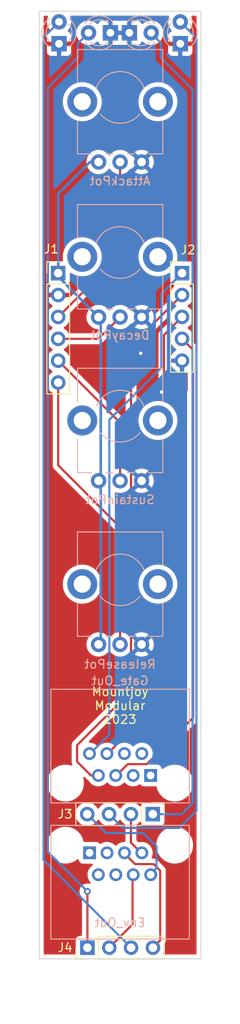
<source format=kicad_pcb>
(kicad_pcb (version 20211014) (generator pcbnew)
  (layers (0 "F.Cu" signal) (31 "B.Cu" signal) (34 "B.Paste" user) (35 "F.Paste" user) (36 "B.SilkS" user "B.Silkscreen") (37 "F.SilkS" user "F.Silkscreen") (38 "B.Mask" user) (39 "F.Mask" user) (44 "Edge.Cuts" user))
  (net 0 "")
  (net 1 "GND")
  (net 2 "/Led1_Out")
  (net 3 "/Led2_Out")
  (net 4 "/Led3_Out")
  (net 5 "/Led4_Out")
  (net 6 "+3.3VA")
  (net 7 "/Attack_Pot")
  (net 8 "/Decay_Pot")
  (net 9 "/Release_Pot")
  (net 10 "/Sustain_Pot")
  (net 11 "/Env2_Out")
  (net 12 "/Env1_Out")
  (net 13 "/Gate1_In")
  (net 14 "/Gate2_In")
  (net 15 "/Gate3_In")
  (net 16 "/Gate4_In")
  (net 17 "/Env3_Out")
  (net 18 "/Env4_Out")
  (footprint "Connector_PinHeader_2.54mm:PinHeader_1x06_P2.54mm_Vertical" (layer "F.Cu") (at 52.2 74.4)
    (fp_text reference "J1" (at -0.8 -2.8) (layer "F.SilkS"))
    (fp_text value "Conn_01x04_Male")
    (fp_line (start -1.33 1.27) (end -1.33 14.03) (layer "F.SilkS") (width 0.12))
    (fp_line (start -1.33 0) (end -1.33 -1.33) (layer "F.SilkS") (width 0.12))
    (fp_line (start -1.33 14.03) (end 1.33 14.03) (layer "F.SilkS") (width 0.12))
    (fp_line (start -1.33 -1.33) (end 0 -1.33) (layer "F.SilkS") (width 0.12))
    (fp_line (start 1.33 1.27) (end 1.33 14.03) (layer "F.SilkS") (width 0.12))
    (fp_line (start -1.33 1.27) (end 1.33 1.27) (layer "F.SilkS") (width 0.12))
    (pad "1" thru_hole rect locked (at 0 0) (size 1.7 1.7) (drill 1) (layers *.Cu *.Mask) (net 6 "+3.3VA"))
    (pad "2" thru_hole oval locked (at 0 2.54) (size 1.7 1.7) (drill 1) (layers *.Cu *.Mask) (net 1 "GND"))
    (pad "3" thru_hole oval locked (at 0 5.08) (size 1.7 1.7) (drill 1) (layers *.Cu *.Mask) (net 7 "/Attack_Pot"))
    (pad "4" thru_hole oval locked (at 0 7.62) (size 1.7 1.7) (drill 1) (layers *.Cu *.Mask) (net 8 "/Decay_Pot"))
    (pad "5" thru_hole oval locked (at 0 10.16) (size 1.7 1.7) (drill 1) (layers *.Cu *.Mask) (net 10 "/Sustain_Pot"))
    (pad "6" thru_hole oval locked (at 0 12.7) (size 1.7 1.7) (drill 1) (layers *.Cu *.Mask) (net 9 "/Release_Pot"))
  )
  (footprint "Connector_PinHeader_2.54mm:PinHeader_1x04_P2.54mm_Vertical" (layer "F.Cu") (at 63.2 137.2 -90)
    (fp_text reference "J3" (at 0 10.2) (layer "F.SilkS"))
    (fp_text value "Conn_01x04_Male")
    (fp_line (start -1.33 1.27) (end 1.33 1.27) (layer "F.SilkS") (width 0.12))
    (fp_line (start -1.33 -1.33) (end 0 -1.33) (layer "F.SilkS") (width 0.12))
    (fp_line (start -1.33 8.95) (end 1.33 8.95) (layer "F.SilkS") (width 0.12))
    (fp_line (start -1.33 0) (end -1.33 -1.33) (layer "F.SilkS") (width 0.12))
    (fp_line (start 1.33 1.27) (end 1.33 8.95) (layer "F.SilkS") (width 0.12))
    (fp_line (start -1.33 1.27) (end -1.33 8.95) (layer "F.SilkS") (width 0.12))
    (pad "1" thru_hole rect (at 0 0 270) (size 1.7 1.7) (drill 1) (layers *.Cu *.Mask) (net 3 "/Led2_Out"))
    (pad "2" thru_hole oval (at 0 2.54 270) (size 1.7 1.7) (drill 1) (layers *.Cu *.Mask) (net 11 "/Env2_Out"))
    (pad "3" thru_hole oval (at 0 5.08 270) (size 1.7 1.7) (drill 1) (layers *.Cu *.Mask) (net 2 "/Led1_Out"))
    (pad "4" thru_hole oval (at 0 7.62 270) (size 1.7 1.7) (drill 1) (layers *.Cu *.Mask) (net 12 "/Env1_Out"))
  )
  (footprint "Connector_PinHeader_2.54mm:PinHeader_1x04_P2.54mm_Vertical" (layer "F.Cu") (at 55.6 152.7 90)
    (fp_text reference "J4" (at 0 -2.6 180) (layer "F.SilkS"))
    (fp_text value "Conn_01x04_Male")
    (fp_line (start 1.33 1.27) (end 1.33 8.95) (layer "F.SilkS") (width 0.12))
    (fp_line (start -1.33 -1.33) (end 0 -1.33) (layer "F.SilkS") (width 0.12))
    (fp_line (start -1.33 1.27) (end -1.33 8.95) (layer "F.SilkS") (width 0.12))
    (fp_line (start -1.33 0) (end -1.33 -1.33) (layer "F.SilkS") (width 0.12))
    (fp_line (start -1.33 8.95) (end 1.33 8.95) (layer "F.SilkS") (width 0.12))
    (fp_line (start -1.33 1.27) (end 1.33 1.27) (layer "F.SilkS") (width 0.12))
    (pad "1" thru_hole rect (at 0 0 90) (size 1.7 1.7) (drill 1) (layers *.Cu *.Mask) (net 4 "/Led3_Out"))
    (pad "2" thru_hole oval (at 0 2.54 90) (size 1.7 1.7) (drill 1) (layers *.Cu *.Mask) (net 17 "/Env3_Out"))
    (pad "3" thru_hole oval (at 0 5.08 90) (size 1.7 1.7) (drill 1) (layers *.Cu *.Mask) (net 5 "/Led4_Out"))
    (pad "4" thru_hole oval (at 0 7.62 90) (size 1.7 1.7) (drill 1) (layers *.Cu *.Mask) (net 18 "/Env4_Out"))
  )
  (footprint "Connector_PinHeader_2.54mm:PinHeader_1x05_P2.54mm_Vertical" (layer "F.Cu") (at 66.6 74.4)
    (fp_text reference "J2" (at 0.7 -2.7) (layer "F.SilkS"))
    (fp_text value "Conn_01x05_Male")
    (fp_line (start -1.33 1.27) (end 1.33 1.27) (layer "F.SilkS") (width 0.12))
    (fp_line (start -1.33 11.49) (end 1.33 11.49) (layer "F.SilkS") (width 0.12))
    (fp_line (start -1.33 -1.33) (end 0 -1.33) (layer "F.SilkS") (width 0.12))
    (fp_line (start -1.33 1.27) (end -1.33 11.49) (layer "F.SilkS") (width 0.12))
    (fp_line (start 1.33 1.27) (end 1.33 11.49) (layer "F.SilkS") (width 0.12))
    (fp_line (start -1.33 0) (end -1.33 -1.33) (layer "F.SilkS") (width 0.12))
    (pad "1" thru_hole rect locked (at 0 0) (size 1.7 1.7) (drill 1) (layers *.Cu *.Mask) (net 13 "/Gate1_In"))
    (pad "2" thru_hole oval locked (at 0 2.54) (size 1.7 1.7) (drill 1) (layers *.Cu *.Mask) (net 14 "/Gate2_In"))
    (pad "3" thru_hole oval locked (at 0 5.08) (size 1.7 1.7) (drill 1) (layers *.Cu *.Mask) (net 15 "/Gate3_In"))
    (pad "4" thru_hole oval locked (at 0 7.62) (size 1.7 1.7) (drill 1) (layers *.Cu *.Mask) (net 16 "/Gate4_In"))
    (pad "5" thru_hole oval locked (at 0 10.16) (size 1.7 1.7) (drill 1) (layers *.Cu *.Mask) (net 1 "GND"))
  )
  (footprint "Custom_Footprints:LED_D3.0mm" (layer "B.Cu") (at 61.75 46.5)
    (fp_text reference "D2" hide)
    (fp_text value "LED")
    (fp_line (start -1.56 1.236) (end -1.56 1.08) (layer "B.SilkS") (width 0.12))
    (fp_line (start -1.56 -1.08) (end -1.56 -1.236) (layer "B.SilkS") (width 0.12))
    (fp_arc (start 1.04113 1.079837) (mid 0.000117 1.5) (end -1.040961 1.08) (layer "B.SilkS") (width 0.12))
    (fp_arc (start 1.672335 1.078608) (mid 0.096487 1.987659) (end -1.56 1.235516) (layer "B.SilkS") (width 0.12))
    (fp_arc (start -1.56 -1.235516) (mid 0.096487 -1.987659) (end 1.672335 -1.078608) (layer "B.SilkS") (width 0.12))
    (fp_arc (start -1.040961 -1.08) (mid 0.000117 -1.5) (end 1.04113 -1.079837) (layer "B.SilkS") (width 0.12))
    (pad "1" thru_hole rect (at -1.27 0) (size 1.8 1.8) (drill 0.9) (layers *.Cu *.Mask) (net 1 "GND"))
    (pad "2" thru_hole circle (at 1.27 0) (size 1.8 1.8) (drill 0.9) (layers *.Cu *.Mask) (net 3 "/Led2_Out"))
  )
  (footprint "Custom_Footprints:LED_D3.0mm" (layer "B.Cu") (at 66.4 46.5 90)
    (fp_text reference "D1" hide)
    (fp_text value "LED")
    (fp_line (start -1.56 -1.08) (end -1.56 -1.236) (layer "B.SilkS") (width 0.12))
    (fp_line (start -1.56 1.236) (end -1.56 1.08) (layer "B.SilkS") (width 0.12))
    (fp_arc (start 1.04113 1.079837) (mid 0.000117 1.5) (end -1.040961 1.08) (layer "B.SilkS") (width 0.12))
    (fp_arc (start -1.040961 -1.08) (mid 0.000117 -1.5) (end 1.04113 -1.079837) (layer "B.SilkS") (width 0.12))
    (fp_arc (start -1.56 -1.235516) (mid 0.096487 -1.987659) (end 1.672335 -1.078608) (layer "B.SilkS") (width 0.12))
    (fp_arc (start 1.672335 1.078608) (mid 0.096487 1.987659) (end -1.56 1.235516) (layer "B.SilkS") (width 0.12))
    (pad "1" thru_hole rect (at -1.27 0 90) (size 1.8 1.8) (drill 0.9) (layers *.Cu *.Mask) (net 1 "GND"))
    (pad "2" thru_hole circle (at 1.27 0 90) (size 1.8 1.8) (drill 0.9) (layers *.Cu *.Mask) (net 2 "/Led1_Out"))
  )
  (footprint "Custom_Footprints:Alpha_9mm_Potentiometer_Aligned" (layer "B.Cu") (at 59.4 110 180)
    (fp_text reference "RV4" hide)
    (fp_text value "ReleasePot" (at 0 -9.8) (layer "B.SilkS") (effects (justify mirror)))
    (fp_line (start 0.825 -6.56) (end 1.675 -6.56) (layer "B.SilkS") (width 0.12))
    (fp_line (start -4.961 -6.56) (end -4.961 -2.694) (layer "B.SilkS") (width 0.12))
    (fp_line (start 3.325 -6.56) (end 4.96 -6.56) (layer "B.SilkS") (width 0.12))
    (fp_line (start -4.961 5.56) (end 4.96 5.56) (layer "B.SilkS") (width 0.12))
    (fp_line (start -4.961 -6.56) (end -3.325 -6.56) (layer "B.SilkS") (width 0.12))
    (fp_line (start 4.96 1.695) (end 4.96 5.56) (layer "B.SilkS") (width 0.12))
    (fp_line (start -4.961 1.695) (end -4.961 5.56) (layer "B.SilkS") (width 0.12))
    (fp_line (start -1.675 -6.56) (end -0.825 -6.56) (layer "B.SilkS") (width 0.12))
    (fp_line (start 4.96 -6.56) (end 4.96 -2.694) (layer "B.SilkS") (width 0.12))
    (fp_arc (start 2.762 1.173) (mid -0.000553 3.000762) (end -2.762432 1.171982) (layer "B.SilkS") (width 0.12))
    (fp_arc (start -2.298 -1.928) (mid -0.000192 -2.999665) (end 2.297753 -1.928295) (layer "B.SilkS") (width 0.12))
    (pad "" np_thru_hole circle (at -4.4 -0.5 90) (size 3.5 3.5) (drill 2) (layers F&B.Cu *.Mask))
    (pad "" np_thru_hole circle (at 4.4 -0.5 90) (size 3.5 3.5) (drill 2) (layers F&B.Cu *.Mask))
    (pad "1" thru_hole circle (at 2.5 -7.5 90) (size 1.8 1.8) (drill 1) (layers *.Cu *.Mask) (net 6 "+3.3VA"))
    (pad "2" thru_hole circle (at 0 -7.5 90) (size 1.8 1.8) (drill 1) (layers *.Cu *.Mask) (net 9 "/Release_Pot"))
    (pad "3" thru_hole circle (at -2.5 -7.5 90) (size 1.8 1.8) (drill 1) (layers *.Cu *.Mask) (net 1 "GND"))
  )
  (footprint "Custom_Footprints:LED_D3.0mm" (layer "B.Cu") (at 52.3 46.5 90)
    (fp_text reference "D4" hide)
    (fp_text value "LED")
    (fp_line (start -1.56 1.236) (end -1.56 1.08) (layer "B.SilkS") (width 0.12))
    (fp_line (start -1.56 -1.08) (end -1.56 -1.236) (layer "B.SilkS") (width 0.12))
    (fp_arc (start -1.040961 -1.08) (mid 0.000117 -1.5) (end 1.04113 -1.079837) (layer "B.SilkS") (width 0.12))
    (fp_arc (start 1.04113 1.079837) (mid 0.000117 1.5) (end -1.040961 1.08) (layer "B.SilkS") (width 0.12))
    (fp_arc (start -1.56 -1.235516) (mid 0.096487 -1.987659) (end 1.672335 -1.078608) (layer "B.SilkS") (width 0.12))
    (fp_arc (start 1.672335 1.078608) (mid 0.096487 1.987659) (end -1.56 1.235516) (layer "B.SilkS") (width 0.12))
    (pad "1" thru_hole rect (at -1.27 0 90) (size 1.8 1.8) (drill 0.9) (layers *.Cu *.Mask) (net 1 "GND"))
    (pad "2" thru_hole circle (at 1.27 0 90) (size 1.8 1.8) (drill 0.9) (layers *.Cu *.Mask) (net 5 "/Led4_Out"))
  )
  (footprint "Custom_Footprints:Alpha_9mm_Potentiometer_Aligned" (layer "B.Cu") (at 59.4 91 180)
    (fp_text reference "RV3" hide)
    (fp_text value "SustainPot" (at 0 -9.7) (layer "B.SilkS") (effects (justify mirror)))
    (fp_line (start 0.825 -6.56) (end 1.675 -6.56) (layer "B.SilkS") (width 0.12))
    (fp_line (start 4.96 1.695) (end 4.96 5.56) (layer "B.SilkS") (width 0.12))
    (fp_line (start 4.96 -6.56) (end 4.96 -2.694) (layer "B.SilkS") (width 0.12))
    (fp_line (start -4.961 -6.56) (end -3.325 -6.56) (layer "B.SilkS") (width 0.12))
    (fp_line (start 3.325 -6.56) (end 4.96 -6.56) (layer "B.SilkS") (width 0.12))
    (fp_line (start -4.961 -6.56) (end -4.961 -2.694) (layer "B.SilkS") (width 0.12))
    (fp_line (start -4.961 1.695) (end -4.961 5.56) (layer "B.SilkS") (width 0.12))
    (fp_line (start -4.961 5.56) (end 4.96 5.56) (layer "B.SilkS") (width 0.12))
    (fp_line (start -1.675 -6.56) (end -0.825 -6.56) (layer "B.SilkS") (width 0.12))
    (fp_arc (start 2.762 1.173) (mid -0.000553 3.000762) (end -2.762432 1.171982) (layer "B.SilkS") (width 0.12))
    (fp_arc (start -2.298 -1.928) (mid -0.000192 -2.999665) (end 2.297753 -1.928295) (layer "B.SilkS") (width 0.12))
    (pad "" np_thru_hole circle (at 4.4 -0.5 90) (size 3.5 3.5) (drill 2) (layers F&B.Cu *.Mask))
    (pad "" np_thru_hole circle (at -4.4 -0.5 90) (size 3.5 3.5) (drill 2) (layers F&B.Cu *.Mask))
    (pad "1" thru_hole circle (at 2.5 -7.5 90) (size 1.8 1.8) (drill 1) (layers *.Cu *.Mask) (net 6 "+3.3VA"))
    (pad "2" thru_hole circle (at 0 -7.5 90) (size 1.8 1.8) (drill 1) (layers *.Cu *.Mask) (net 10 "/Sustain_Pot"))
    (pad "3" thru_hole circle (at -2.5 -7.5 90) (size 1.8 1.8) (drill 1) (layers *.Cu *.Mask) (net 1 "GND"))
  )
  (footprint "Custom_Footprints:RJ45_Amphenol_RJHSE-3080" (layer "B.Cu") (at 59.4 145.1)
    (fp_text reference "J6" hide)
    (fp_text value "Env_Out" (at -0.01 4.7) (layer "B.SilkS") (effects (justify mirror)))
    (fp_rect (start -8.05 6.6) (end 8.05 -6.6) (layer "B.SilkS") (width 0.12) (fill none))
    (pad "" np_thru_hole circle (at -6.35 -4.3) (size 3.25 3.25) (drill 3.25) (layers F&B.Cu *.SilkS *.Mask))
    (pad "" np_thru_hole circle (at 6.35 -4.3) (size 3.25 3.25) (drill 3.25) (layers F&B.Cu *.SilkS *.Mask))
    (pad "1" thru_hole circle (at 3.56 -0.87) (size 1.5 1.5) (drill 0.9) (layers *.Cu *.Mask) (net 12 "/Env1_Out"))
    (pad "2" thru_hole circle (at 2.53 -3.41) (size 1.5 1.5) (drill 0.9) (layers *.Cu *.Mask) (net 11 "/Env2_Out"))
    (pad "3" thru_hole circle (at 1.53 -0.87) (size 1.5 1.5) (drill 0.9) (layers *.Cu *.Mask) (net 17 "/Env3_Out"))
    (pad "4" thru_hole circle (at 0.51 -3.41) (size 1.5 1.5) (drill 0.9) (layers *.Cu *.Mask) (net 18 "/Env4_Out"))
    (pad "5" thru_hole circle (at -0.5 -0.87) (size 1.5 1.5) (drill 0.9) (layers *.Cu *.Mask))
    (pad "6" thru_hole circle (at -1.52 -3.41) (size 1.5 1.5) (drill 0.9) (layers *.Cu *.Mask))
    (pad "7" thru_hole circle (at -2.53 -0.87) (size 1.5 1.5) (drill 0.9) (layers *.Cu *.Mask))
    (pad "8" thru_hole rect (at -3.55 -3.41) (size 1.5 1.5) (drill 0.9) (layers *.Cu *.Mask))
  )
  (footprint "Custom_Footprints:Alpha_9mm_Potentiometer_Aligned" (layer "B.Cu") (at 59.4 72 180)
    (fp_text reference "RV2" hide)
    (fp_text value "DecayPot" (at 0 -9.6) (layer "B.SilkS") (effects (justify mirror)))
    (fp_line (start -4.961 -6.56) (end -4.961 -2.694) (layer "B.SilkS") (width 0.12))
    (fp_line (start -4.961 5.56) (end 4.96 5.56) (layer "B.SilkS") (width 0.12))
    (fp_line (start -1.675 -6.56) (end -0.825 -6.56) (layer "B.SilkS") (width 0.12))
    (fp_line (start 0.825 -6.56) (end 1.675 -6.56) (layer "B.SilkS") (width 0.12))
    (fp_line (start -4.961 -6.56) (end -3.325 -6.56) (layer "B.SilkS") (width 0.12))
    (fp_line (start 4.96 -6.56) (end 4.96 -2.694) (layer "B.SilkS") (width 0.12))
    (fp_line (start -4.961 1.695) (end -4.961 5.56) (layer "B.SilkS") (width 0.12))
    (fp_line (start 3.325 -6.56) (end 4.96 -6.56) (layer "B.SilkS") (width 0.12))
    (fp_line (start 4.96 1.695) (end 4.96 5.56) (layer "B.SilkS") (width 0.12))
    (fp_arc (start -2.298 -1.928) (mid -0.000192 -2.999665) (end 2.297753 -1.928295) (layer "B.SilkS") (width 0.12))
    (fp_arc (start 2.762 1.173) (mid -0.000553 3.000762) (end -2.762432 1.171982) (layer "B.SilkS") (width 0.12))
    (pad "" np_thru_hole circle (at 4.4 -0.5 90) (size 3.5 3.5) (drill 2) (layers F&B.Cu *.Mask))
    (pad "" np_thru_hole circle (at -4.4 -0.5 90) (size 3.5 3.5) (drill 2) (layers F&B.Cu *.Mask))
    (pad "1" thru_hole circle (at 2.5 -7.5 90) (size 1.8 1.8) (drill 1) (layers *.Cu *.Mask) (net 6 "+3.3VA"))
    (pad "2" thru_hole circle (at 0 -7.5 90) (size 1.8 1.8) (drill 1) (layers *.Cu *.Mask) (net 8 "/Decay_Pot"))
    (pad "3" thru_hole circle (at -2.5 -7.5 90) (size 1.8 1.8) (drill 1) (layers *.Cu *.Mask) (net 1 "GND"))
  )
  (footprint "Custom_Footprints:LED_D3.0mm" (layer "B.Cu") (at 57 46.5 180)
    (fp_text reference "D3" hide)
    (fp_text value "LED")
    (fp_line (start -1.56 -1.08) (end -1.56 -1.236) (layer "B.SilkS") (width 0.12))
    (fp_line (start -1.56 1.236) (end -1.56 1.08) (layer "B.SilkS") (width 0.12))
    (fp_arc (start 1.672335 1.078608) (mid 0.096487 1.987659) (end -1.56 1.235516) (layer "B.SilkS") (width 0.12))
    (fp_arc (start -1.040961 -1.08) (mid 0.000117 -1.5) (end 1.04113 -1.079837) (layer "B.SilkS") (width 0.12))
    (fp_arc (start -1.56 -1.235516) (mid 0.096487 -1.987659) (end 1.672335 -1.078608) (layer "B.SilkS") (width 0.12))
    (fp_arc (start 1.04113 1.079837) (mid 0.000117 1.5) (end -1.040961 1.08) (layer "B.SilkS") (width 0.12))
    (pad "1" thru_hole rect (at -1.27 0 180) (size 1.8 1.8) (drill 0.9) (layers *.Cu *.Mask) (net 1 "GND"))
    (pad "2" thru_hole circle (at 1.27 0 180) (size 1.8 1.8) (drill 0.9) (layers *.Cu *.Mask) (net 4 "/Led3_Out"))
  )
  (footprint "Custom_Footprints:Alpha_9mm_Potentiometer_Aligned" (layer "B.Cu") (at 59.4 54 180)
    (fp_text reference "RV1" hide)
    (fp_text value "AttackPot" (at 0 -9.7) (layer "B.SilkS") (effects (justify mirror)))
    (fp_line (start 4.96 1.695) (end 4.96 5.56) (layer "B.SilkS") (width 0.12))
    (fp_line (start 0.825 -6.56) (end 1.675 -6.56) (layer "B.SilkS") (width 0.12))
    (fp_line (start 3.325 -6.56) (end 4.96 -6.56) (layer "B.SilkS") (width 0.12))
    (fp_line (start -1.675 -6.56) (end -0.825 -6.56) (layer "B.SilkS") (width 0.12))
    (fp_line (start -4.961 -6.56) (end -3.325 -6.56) (layer "B.SilkS") (width 0.12))
    (fp_line (start 4.96 -6.56) (end 4.96 -2.694) (layer "B.SilkS") (width 0.12))
    (fp_line (start -4.961 1.695) (end -4.961 5.56) (layer "B.SilkS") (width 0.12))
    (fp_line (start -4.961 5.56) (end 4.96 5.56) (layer "B.SilkS") (width 0.12))
    (fp_line (start -4.961 -6.56) (end -4.961 -2.694) (layer "B.SilkS") (width 0.12))
    (fp_arc (start 2.762 1.173) (mid -0.000553 3.000762) (end -2.762432 1.171982) (layer "B.SilkS") (width 0.12))
    (fp_arc (start -2.298 -1.928) (mid -0.000192 -2.999665) (end 2.297753 -1.928295) (layer "B.SilkS") (width 0.12))
    (pad "" np_thru_hole circle (at -4.4 -0.5 90) (size 3.5 3.5) (drill 2) (layers F&B.Cu *.Mask))
    (pad "" np_thru_hole circle (at 4.4 -0.5 90) (size 3.5 3.5) (drill 2) (layers F&B.Cu *.Mask))
    (pad "1" thru_hole circle (at 2.5 -7.5 90) (size 1.8 1.8) (drill 1) (layers *.Cu *.Mask) (net 6 "+3.3VA"))
    (pad "2" thru_hole circle (at 0 -7.5 90) (size 1.8 1.8) (drill 1) (layers *.Cu *.Mask) (net 7 "/Attack_Pot"))
    (pad "3" thru_hole circle (at -2.5 -7.5 90) (size 1.8 1.8) (drill 1) (layers *.Cu *.Mask) (net 1 "GND"))
  )
  (footprint "Custom_Footprints:RJ45_Amphenol_RJHSE-3080" (layer "B.Cu") (at 59.4 129.3 180)
    (fp_text reference "J5" hide)
    (fp_text value "Gate_Out" (at -0.01 7.59) (layer "B.SilkS") (effects (justify mirror)))
    (fp_rect (start -8.05 6.6) (end 8.05 -6.6) (layer "B.SilkS") (width 0.12) (fill none))
    (pad "" np_thru_hole circle (at -6.35 -4.3 180) (size 3.25 3.25) (drill 3.25) (layers F&B.Cu *.SilkS *.Mask))
    (pad "" np_thru_hole circle (at 6.35 -4.3 180) (size 3.25 3.25) (drill 3.25) (layers F&B.Cu *.SilkS *.Mask))
    (pad "1" thru_hole circle (at 3.56 -0.87 180) (size 1.5 1.5) (drill 0.9) (layers *.Cu *.Mask) (net 13 "/Gate1_In"))
    (pad "2" thru_hole circle (at 2.53 -3.41 180) (size 1.5 1.5) (drill 0.9) (layers *.Cu *.Mask) (net 14 "/Gate2_In"))
    (pad "3" thru_hole circle (at 1.53 -0.87 180) (size 1.5 1.5) (drill 0.9) (layers *.Cu *.Mask) (net 15 "/Gate3_In"))
    (pad "4" thru_hole circle (at 0.51 -3.41 180) (size 1.5 1.5) (drill 0.9) (layers *.Cu *.Mask) (net 16 "/Gate4_In"))
    (pad "5" thru_hole circle (at -0.5 -0.87 180) (size 1.5 1.5) (drill 0.9) (layers *.Cu *.Mask))
    (pad "6" thru_hole circle (at -1.52 -3.41 180) (size 1.5 1.5) (drill 0.9) (layers *.Cu *.Mask))
    (pad "7" thru_hole circle (at -2.53 -0.87 180) (size 1.5 1.5) (drill 0.9) (layers *.Cu *.Mask))
    (pad "8" thru_hole rect (at -3.55 -3.41 180) (size 1.5 1.5) (drill 0.9) (layers *.Cu *.Mask))
  )
  (gr_rect (start 50 44) (end 68.8 154) (layer "Edge.Cuts") (width 0.1) (fill none))
  (gr_text "Mountjoy\nModular\n2023" (at 59.4 124.6) (layer "F.SilkS") (effects (font (size 1 1))))
  (via (at 61.8 83.7) (size 0.8) (drill 0.4) (layers "F.Cu" "B.Cu") (net 1))
  (via (at 64.2 88.2) (size 0.8) (drill 0.4) (layers "F.Cu" "B.Cu") (net 1))
  (segment (start 68.279502 136.820498) (end 68.279502 47.109502) (width 0.25) (layer "B.Cu") (net 2))
  (segment (start 66.300001 138.799999) (end 59.719999 138.799999) (width 0.25) (layer "B.Cu") (net 2))
  (segment (start 59.719999 138.799999) (end 58.12 137.2) (width 0.25) (layer "B.Cu") (net 2))
  (segment (start 68.279502 136.820498) (end 66.300001 138.799999) (width 0.25) (layer "B.Cu") (net 2))
  (segment (start 68.279502 47.109502) (end 66.4 45.23) (width 0.25) (layer "B.Cu") (net 2))
  (segment (start 64.12 47.65) (end 62.97 46.5) (width 0.25) (layer "B.Cu") (net 3))
  (segment (start 64.15 47.65) (end 64.12 47.65) (width 0.25) (layer "B.Cu") (net 3))
  (segment (start 66.55 137.2) (end 67.830001 135.919999) (width 0.25) (layer "B.Cu") (net 3))
  (segment (start 64.15 49.4) (end 64.15 47.65) (width 0.25) (layer "B.Cu") (net 3))
  (segment (start 67.830001 53.080001) (end 64.15 49.4) (width 0.25) (layer "B.Cu") (net 3))
  (segment (start 63.2 137.2) (end 66.55 137.2) (width 0.25) (layer "B.Cu") (net 3))
  (segment (start 67.830001 135.919999) (end 67.830001 53.080001) (width 0.25) (layer "B.Cu") (net 3))
  (segment (start 55.6 146.17843) (end 55.585785 146.164215) (width 0.25) (layer "F.Cu") (net 4))
  (segment (start 55.6 152.7) (end 55.6 146.17843) (width 0.25) (layer "F.Cu") (net 4))
  (via (at 55.585785 146.164215) (size 0.8) (drill 0.4) (layers "F.Cu" "B.Cu") (net 4))
  (segment (start 54.5 49.35) (end 54.5 47.73) (width 0.25) (layer "B.Cu") (net 4))
  (segment (start 51 141.578429) (end 55.585785 146.164215) (width 0.25) (layer "B.Cu") (net 4))
  (segment (start 51 52.85) (end 54.5 49.35) (width 0.25) (layer "B.Cu") (net 4))
  (segment (start 51 52.85) (end 51 141.578429) (width 0.25) (layer "B.Cu") (net 4))
  (segment (start 54.5 47.73) (end 55.73 46.5) (width 0.25) (layer "B.Cu") (net 4))
  (segment (start 52.3 45.23) (end 50.5 47.03) (width 0.25) (layer "B.Cu") (net 5))
  (segment (start 50.5 47.03) (end 50.5 142.52) (width 0.25) (layer "B.Cu") (net 5))
  (segment (start 50.5 142.52) (end 60.68 152.7) (width 0.25) (layer "B.Cu") (net 5))
  (segment (start 57.15 98.75) (end 56.9 98.5) (width 0.3) (layer "B.Cu") (net 6))
  (segment (start 56.9 79.5) (end 57.15 79.75) (width 0.3) (layer "B.Cu") (net 6))
  (segment (start 52.2 65.2) (end 55.9 61.5) (width 0.3) (layer "B.Cu") (net 6))
  (segment (start 52.2 74.8) (end 56.9 79.5) (width 0.3) (layer "B.Cu") (net 6))
  (segment (start 57.15 117.25) (end 57.15 98.75) (width 0.3) (layer "B.Cu") (net 6))
  (segment (start 52.2 74.4) (end 52.2 74.8) (width 0.3) (layer "B.Cu") (net 6))
  (segment (start 57.15 79.75) (end 57.15 98.25) (width 0.3) (layer "B.Cu") (net 6))
  (segment (start 55.9 61.5) (end 56.9 61.5) (width 0.3) (layer "B.Cu") (net 6))
  (segment (start 57.15 98.25) (end 56.9 98.5) (width 0.3) (layer "B.Cu") (net 6))
  (segment (start 56.9 117.5) (end 57.15 117.25) (width 0.3) (layer "B.Cu") (net 6))
  (segment (start 52.2 74.4) (end 52.2 65.2) (width 0.3) (layer "B.Cu") (net 6))
  (segment (start 59.4 61.5) (end 59.4 72.28) (width 0.25) (layer "F.Cu") (net 7))
  (segment (start 59.4 72.28) (end 52.2 79.48) (width 0.25) (layer "F.Cu") (net 7))
  (segment (start 56.88 82.02) (end 52.2 82.02) (width 0.25) (layer "F.Cu") (net 8))
  (segment (start 59.4 79.5) (end 56.88 82.02) (width 0.25) (layer "F.Cu") (net 8))
  (segment (start 59.4 117.5) (end 59.4 103.9) (width 0.25) (layer "F.Cu") (net 9))
  (segment (start 52.2 96.7) (end 52.2 87.1) (width 0.25) (layer "F.Cu") (net 9))
  (segment (start 59.4 103.9) (end 52.2 96.7) (width 0.25) (layer "F.Cu") (net 9))
  (segment (start 59.4 91.76) (end 52.2 84.56) (width 0.25) (layer "F.Cu") (net 10))
  (segment (start 59.4 98.5) (end 59.4 91.76) (width 0.25) (layer "F.Cu") (net 10))
  (segment (start 60.66 140.5) (end 61.85 141.69) (width 0.25) (layer "F.Cu") (net 11))
  (segment (start 60.66 137.2) (end 60.66 140.5) (width 0.25) (layer "F.Cu") (net 11))
  (segment (start 57.78 139.4) (end 55.58 137.2) (width 0.25) (layer "B.Cu") (net 12))
  (segment (start 62.88 144.23) (end 63.63 143.48) (width 0.25) (layer "B.Cu") (net 12))
  (segment (start 63.63 143.48) (end 63.63 140.93) (width 0.25) (layer "B.Cu") (net 12))
  (segment (start 62.1 139.4) (end 57.78 139.4) (width 0.25) (layer "B.Cu") (net 12))
  (segment (start 63.63 140.93) (end 62.1 139.4) (width 0.25) (layer "B.Cu") (net 12))
  (segment (start 64.2 76.8) (end 66.6 74.4) (width 0.25) (layer "B.Cu") (net 13))
  (segment (start 64.2 85.36431) (end 64.2 76.8) (width 0.25) (layer "B.Cu") (net 13))
  (segment (start 55.92 130.17) (end 58.150499 127.939501) (width 0.25) (layer "B.Cu") (net 13))
  (segment (start 58.150499 127.939501) (end 58.150499 91.413811) (width 0.25) (layer "B.Cu") (net 13))
  (segment (start 58.150499 91.413811) (end 64.2 85.36431) (width 0.25) (layer "B.Cu") (net 13))
  (segment (start 60.675 82.865) (end 66.6 76.94) (width 0.25) (layer "F.Cu") (net 14))
  (segment (start 60.675 122.925) (end 60.675 82.865) (width 0.25) (layer "F.Cu") (net 14))
  (segment (start 54.4 131.1) (end 54.4 129.2) (width 0.25) (layer "F.Cu") (net 14))
  (segment (start 56.01 132.71) (end 54.4 131.1) (width 0.25) (layer "F.Cu") (net 14))
  (segment (start 54.4 129.2) (end 60.675 122.925) (width 0.25) (layer "F.Cu") (net 14))
  (segment (start 56.95 132.71) (end 56.01 132.71) (width 0.25) (layer "F.Cu") (net 14))
  (segment (start 64.5 81.58) (end 66.6 79.48) (width 0.25) (layer "F.Cu") (net 15))
  (segment (start 66.8 121.32) (end 66.8 88.7) (width 0.25) (layer "F.Cu") (net 15))
  (segment (start 64.5 86.4) (end 64.5 81.58) (width 0.25) (layer "F.Cu") (net 15))
  (segment (start 66.8 88.7) (end 64.5 86.4) (width 0.25) (layer "F.Cu") (net 15))
  (segment (start 57.95 130.17) (end 66.8 121.32) (width 0.25) (layer "F.Cu") (net 15))
  (segment (start 62.5 131.4) (end 60.28 131.4) (width 0.25) (layer "F.Cu") (net 16))
  (segment (start 67.9 83.32) (end 67.9 126) (width 0.25) (layer "F.Cu") (net 16))
  (segment (start 60.28 131.4) (end 58.97 132.71) (width 0.25) (layer "F.Cu") (net 16))
  (segment (start 67.9 126) (end 62.5 131.4) (width 0.25) (layer "F.Cu") (net 16))
  (segment (start 66.6 82.02) (end 67.9 83.32) (width 0.25) (layer "F.Cu") (net 16))
  (segment (start 58.14 152.7) (end 60.85 149.99) (width 0.25) (layer "F.Cu") (net 17))
  (segment (start 60.85 149.99) (end 60.85 144.23) (width 0.25) (layer "F.Cu") (net 17))
  (segment (start 63.3 143) (end 61.14 143) (width 0.25) (layer "F.Cu") (net 18))
  (segment (start 64.07 143.77) (end 63.3 143) (width 0.25) (layer "F.Cu") (net 18))
  (segment (start 64.07 151.85) (end 64.07 143.77) (width 0.25) (layer "F.Cu") (net 18))
  (segment (start 63.22 152.7) (end 64.07 151.85) (width 0.25) (layer "F.Cu") (net 18))
  (segment (start 61.14 143) (end 59.83 141.69) (width 0.25) (layer "F.Cu") (net 18))
  (zone locked (net 1) (net_name "GND") (layers F&B.Cu) (priority 1) (connect_pads (clearance 0.508)) (min_thickness 0.254) (fill yes (thermal_gap 0.508) (thermal_bridge_width 0.508))
    (polygon (pts (xy 69.6 154.8) (xy 49 154.8) (xy 49 43) (xy 69.6 43)))
  )
)
</source>
